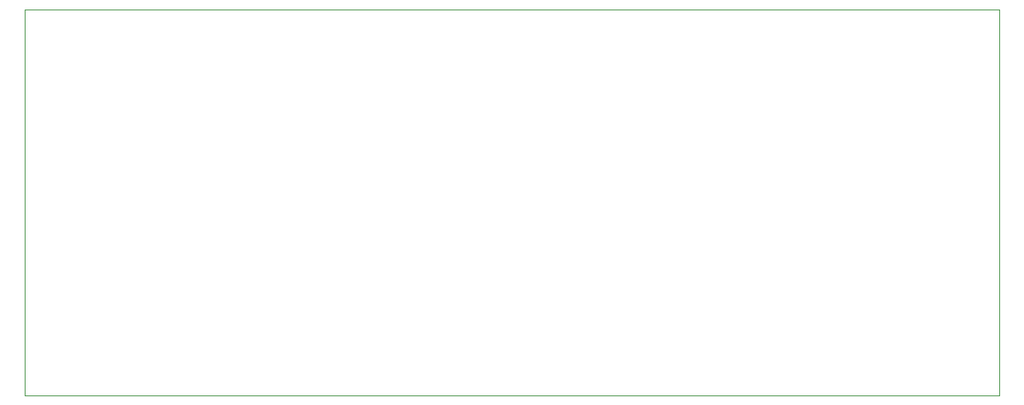
<source format=gbr>
%TF.GenerationSoftware,KiCad,Pcbnew,9.0.4*%
%TF.CreationDate,2025-11-25T15:00:47-03:00*%
%TF.ProjectId,Conversor Boost-MCC. Andr__ Nicollas e Vinicius,436f6e76-6572-4736-9f72-20426f6f7374,rev?*%
%TF.SameCoordinates,Original*%
%TF.FileFunction,Profile,NP*%
%FSLAX46Y46*%
G04 Gerber Fmt 4.6, Leading zero omitted, Abs format (unit mm)*
G04 Created by KiCad (PCBNEW 9.0.4) date 2025-11-25 15:00:47*
%MOMM*%
%LPD*%
G01*
G04 APERTURE LIST*
%TA.AperFunction,Profile*%
%ADD10C,0.050000*%
%TD*%
G04 APERTURE END LIST*
D10*
X34500000Y-18000000D02*
X138000000Y-18000000D01*
X138000000Y-59000000D01*
X34500000Y-59000000D01*
X34500000Y-18000000D01*
M02*

</source>
